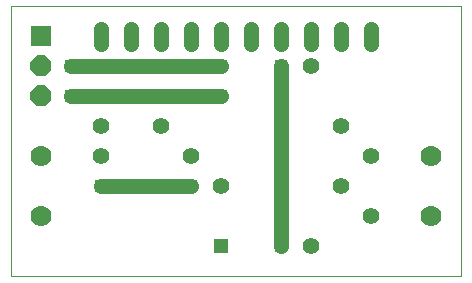
<source format=gtl>
G75*
%MOIN*%
%OFA0B0*%
%FSLAX25Y25*%
%IPPOS*%
%LPD*%
%AMOC8*
5,1,8,0,0,1.08239X$1,22.5*
%
%ADD10C,0.00000*%
%ADD11C,0.05543*%
%ADD12R,0.04756X0.04756*%
%ADD13C,0.05150*%
%ADD14OC8,0.07000*%
%ADD15R,0.07000X0.07000*%
%ADD16C,0.07000*%
%ADD17R,0.03962X0.03962*%
%ADD18C,0.05000*%
D10*
X0013200Y0004208D02*
X0013200Y0094208D01*
X0163200Y0094208D01*
X0163200Y0004208D01*
X0013200Y0004208D01*
D11*
X0043200Y0044208D03*
X0043200Y0054208D03*
X0063200Y0054208D03*
X0073200Y0044208D03*
X0083200Y0034208D03*
X0113200Y0014208D03*
X0133200Y0024208D03*
X0123200Y0034208D03*
X0133200Y0044208D03*
X0123200Y0054208D03*
X0113200Y0074208D03*
D12*
X0083200Y0014208D03*
D13*
X0083200Y0081633D02*
X0083200Y0086783D01*
X0073200Y0086783D02*
X0073200Y0081633D01*
X0063200Y0081633D02*
X0063200Y0086783D01*
X0053200Y0086783D02*
X0053200Y0081633D01*
X0043200Y0081633D02*
X0043200Y0086783D01*
X0093200Y0086783D02*
X0093200Y0081633D01*
X0103200Y0081633D02*
X0103200Y0086783D01*
X0113200Y0086783D02*
X0113200Y0081633D01*
X0123200Y0081633D02*
X0123200Y0086783D01*
X0133200Y0086783D02*
X0133200Y0081633D01*
D14*
X0023200Y0074208D03*
X0023200Y0064208D03*
D15*
X0023200Y0084208D03*
D16*
X0023200Y0044208D03*
X0023200Y0024208D03*
X0153200Y0024208D03*
X0153200Y0044208D03*
D17*
X0103200Y0014208D03*
X0073200Y0034208D03*
X0043200Y0034208D03*
X0033200Y0064208D03*
X0033200Y0074208D03*
X0083200Y0074208D03*
X0083200Y0064208D03*
X0103200Y0074208D03*
D18*
X0103200Y0014208D01*
X0073200Y0034208D02*
X0043200Y0034208D01*
X0033200Y0064208D02*
X0083200Y0064208D01*
X0083200Y0074208D02*
X0033200Y0074208D01*
M02*

</source>
